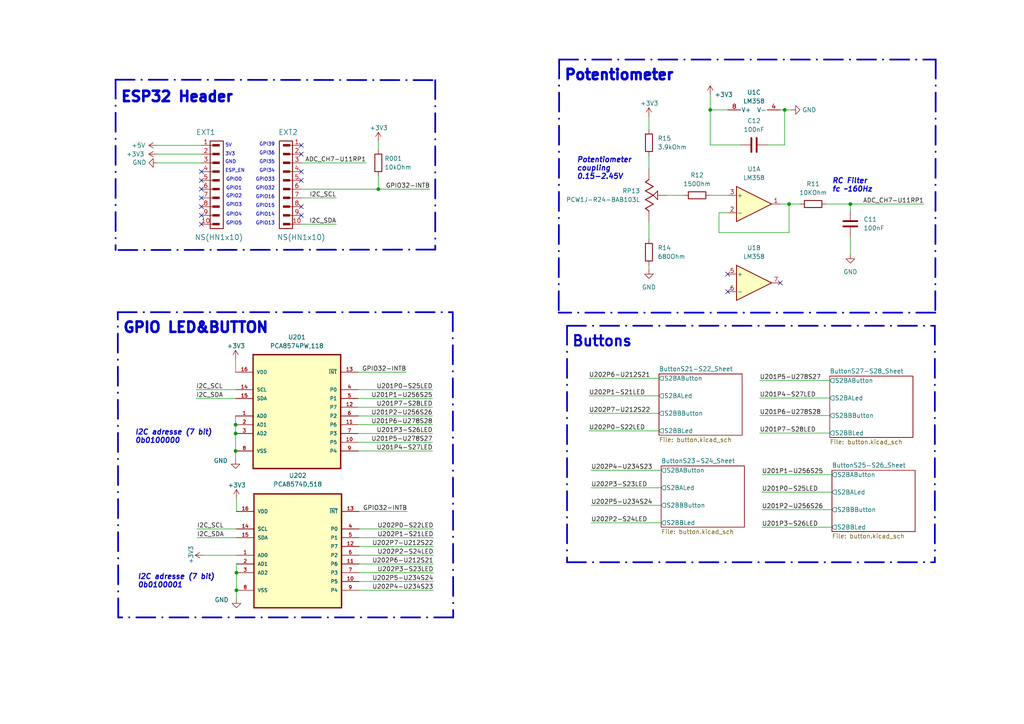
<source format=kicad_sch>
(kicad_sch (version 20211123) (generator eeschema)
  (paper "A4")
  (title_block (title "Peripheral Board") (company "Help-Tec Automation"))
  (lib_symbols
    (symbol "Amplifier_Operational:LM358" (pin_names (offset 0.127))
      (property "Reference" "U" (at 0 5.08 0))
      (property "Value" "LM358" (at 0 -5.08 0))
      (symbol "LM358_1_1"
        (polyline (pts (xy -5.08 5.08) (xy 5.08 0) (xy -5.08 -5.08) (xy -5.08 5.08)) (stroke (width 0.254)) (fill (type background)))
        (pin output line (at 7.62 0 180) (length 2.54) (name "~") (number "1"))
        (pin input line (at -7.62 -2.54 0) (length 2.54) (name "-") (number "2"))
        (pin input line (at -7.62 2.54 0) (length 2.54) (name "+") (number "3"))
      )
      (symbol "LM358_2_1"
        (polyline (pts (xy -5.08 5.08) (xy 5.08 0) (xy -5.08 -5.08) (xy -5.08 5.08)) (stroke (width 0.254)) (fill (type background)))
        (pin input line (at -7.62 2.54 0) (length 2.54) (name "+") (number "5"))
        (pin input line (at -7.62 -2.54 0) (length 2.54) (name "-") (number "6"))
        (pin output line (at 7.62 0 180) (length 2.54) (name "~") (number "7"))
      )
      (symbol "LM358_3_1"
        (pin power_in line (at -2.54 -7.62 90) (length 3.81) (name "V-") (number "4"))
        (pin power_in line (at -2.54 7.62 270) (length 3.81) (name "V+") (number "8"))
      )
    )
    (symbol "CON10_1" (pin_names (offset 1.016))
      (property "Reference" "EXT1" (at 1.27 13.97 0))
      (property "Value" "NS(HN1x10)" (at -2.54 -16.51 0))
      (symbol "CON10_1_0_0"
        (rectangle (start -2.6416 -12.8524) (end -0.8636 -12.4968))
        (rectangle (start -2.6416 -7.7724) (end -0.8636 -7.4168))
        (rectangle (start -2.6416 -5.2324) (end -0.8636 -4.8768))
        (rectangle (start -2.6416 -2.6924) (end -0.8636 -2.3368))
        (rectangle (start -2.6416 -0.1524) (end -0.8636 0.2032))
        (rectangle (start -2.6416 2.3876) (end -0.8636 2.7432))
        (rectangle (start -2.6416 4.9276) (end -0.8636 5.2832))
        (rectangle (start -2.6416 7.4676) (end -0.8636 7.8232))
        (rectangle (start -2.6162 -12.7508) (end -0.9652 -12.6492))
        (rectangle (start -2.6162 -10.3124) (end -0.8382 -9.9568))
        (rectangle (start -2.6162 -7.6708) (end -0.9652 -7.5692))
        (rectangle (start -2.6162 -5.1308) (end -0.9652 -5.0292))
        (rectangle (start -2.6162 -2.5908) (end -0.9652 -2.4892))
        (rectangle (start -2.6162 -0.0508) (end -0.9652 0.0508))
        (rectangle (start -2.6162 2.4892) (end -0.9652 2.5908))
        (rectangle (start -2.6162 5.0292) (end -0.9652 5.1308))
        (rectangle (start -2.6162 7.5692) (end -0.9652 7.6708))
        (rectangle (start -2.6162 10.0076) (end -0.8382 10.3632))
        (rectangle (start -2.5908 -10.1854) (end -0.9398 -10.0838))
        (rectangle (start -2.5908 10.1346) (end -0.9398 10.2362))
        (rectangle (start -0.9652 -12.573) (end -2.6416 -12.7762))
        (rectangle (start -0.9652 -7.493) (end -2.6416 -7.6962))
        (rectangle (start -0.9652 -4.953) (end -2.6416 -5.1562))
        (rectangle (start -0.9652 -2.413) (end -2.6416 -2.6162))
        (rectangle (start -0.9652 0.127) (end -2.6416 -0.0762))
        (rectangle (start -0.9652 2.667) (end -2.6416 2.4638))
        (rectangle (start -0.9652 5.207) (end -2.6416 5.0038))
        (rectangle (start -0.9652 7.747) (end -2.6416 7.5438))
        (rectangle (start -0.8636 -10.0584) (end -2.54 -10.2616))
        (rectangle (start -0.8636 10.2616) (end -2.54 10.0584))
        (rectangle (start -0.7366 -12.3952) (end -2.667 -12.954))
        (rectangle (start -0.7366 -9.8552) (end -2.667 -10.414))
        (rectangle (start -0.7366 -7.3152) (end -2.667 -7.874))
        (rectangle (start -0.7366 -4.7752) (end -2.667 -5.334))
        (rectangle (start -0.7366 -2.2352) (end -2.667 -2.794))
        (rectangle (start -0.7366 0.3048) (end -2.667 -0.254))
        (rectangle (start -0.7366 2.8448) (end -2.667 2.286))
        (rectangle (start -0.7366 5.3848) (end -2.667 4.826))
        (rectangle (start -0.7366 7.9248) (end -2.667 7.366))
        (rectangle (start -0.7366 10.4648) (end -2.667 9.906))
        (polyline (pts (xy 0 -12.7) (xy -0.762 -12.7)))
        (polyline (pts (xy 0 -10.16) (xy -0.762 -10.16)))
        (polyline (pts (xy 0 -7.62) (xy -0.762 -7.62)))
        (polyline (pts (xy 0 -5.08) (xy -0.762 -5.08)))
        (polyline (pts (xy 0 -2.54) (xy -0.762 -2.54)))
        (polyline (pts (xy 0 0) (xy -0.762 0)))
        (polyline (pts (xy 0 2.54) (xy -0.762 2.54)))
        (polyline (pts (xy 0 5.08) (xy -0.762 5.08)))
        (polyline (pts (xy 0 7.62) (xy -0.762 7.62)))
        (polyline (pts (xy 0 10.16) (xy -0.762 10.16)))
      )
      (symbol "CON10_1_0_1"
        (rectangle (start 0 11.43) (end -3.81 -13.97) (stroke (width 0.254)))
      )
      (symbol "CON10_1_1_1"
        (pin power_out line (at 2.54 10.16 180) (length 2.54) (name "~") (number "1"))
        (pin passive line (at 2.54 -12.7 180) (length 2.54) (name "~") (number "10"))
        (pin power_out line (at 2.54 7.62 180) (length 2.54) (name "~") (number "2"))
        (pin power_out line (at 2.54 5.08 180) (length 2.54) (name "~") (number "3"))
        (pin passive line (at 2.54 2.54 180) (length 2.54) (name "~") (number "4"))
        (pin passive line (at 2.54 0 180) (length 2.54) (name "~") (number "5"))
        (pin passive line (at 2.54 -2.54 180) (length 2.54) (name "~") (number "6"))
        (pin passive line (at 2.54 -5.08 180) (length 2.54) (name "~") (number "7"))
        (pin passive line (at 2.54 -7.62 180) (length 2.54) (name "~") (number "8"))
        (pin passive line (at 2.54 -10.16 180) (length 2.54) (name "~") (number "9"))
      )
    )
    (symbol "Device:C" (pin_numbers hide) (pin_names (offset 0.254))
      (property "Reference" "C" (at 0.635 2.54 0))
      (property "Value" "C" (at 0.635 -2.54 0))
      (symbol "C_0_1"
        (polyline (pts (xy -2.032 -0.762) (xy 2.032 -0.762)) (stroke (width 0.508)))
        (polyline (pts (xy -2.032 0.762) (xy 2.032 0.762)) (stroke (width 0.508)))
      )
      (symbol "C_1_1"
        (pin passive line (at 0 3.81 270) (length 2.794) (name "~") (number "1"))
        (pin passive line (at 0 -3.81 90) (length 2.794) (name "~") (number "2"))
      )
    )
    (symbol "Device:R" (pin_numbers hide) (pin_names (offset 0))
      (property "Reference" "R" (at 2.032 0 90))
      (property "Value" "R" (at 0 0 90))
      (symbol "R_0_1"
        (rectangle (start -1.016 -2.54) (end 1.016 2.54) (stroke (width 0.254)))
      )
      (symbol "R_1_1"
        (pin passive line (at 0 3.81 270) (length 1.27) (name "~") (number "1"))
        (pin passive line (at 0 -3.81 90) (length 1.27) (name "~") (number "2"))
      )
    )
    (symbol "ESP32-PoE-ISO_Rev_H:+3.3V" (power) (pin_names (offset 0))
      (property "Value" "+3.3V" (at 0 3.556 0))
      (symbol "+3.3V_0_1"
        (polyline (pts (xy -0.762 1.27) (xy 0 2.54)))
        (polyline (pts (xy 0 0) (xy 0 2.54)))
        (polyline (pts (xy 0 2.54) (xy 0.762 1.27)))
      )
      (symbol "+3.3V_1_1"
        (pin power_in line (at 0 0 90) (length 0) hide (name "+3V3") (number "1"))
      )
    )
    (symbol "ESP32-PoE-ISO_Rev_H:+5V" (power) (pin_names (offset 0))
      (property "Value" "+5V" (at 0 3.556 0))
      (symbol "+5V_0_1"
        (polyline (pts (xy -0.762 1.27) (xy 0 2.54)))
        (polyline (pts (xy 0 0) (xy 0 2.54)))
        (polyline (pts (xy 0 2.54) (xy 0.762 1.27)))
      )
      (symbol "+5V_1_1"
        (pin power_in line (at 0 0 90) (length 0) hide (name "+5V") (number "1"))
      )
    )
    (symbol "ESP32-PoE-ISO_Rev_H:CON10" (pin_names (offset 1.016))
      (property "Reference" "CON" (at -1.27 12.7 0))
      (property "Value" "CON10" (at -1.27 -15.24 0))
      (symbol "CON10_0_0"
        (rectangle (start -2.6416 -12.8524) (end -0.8636 -12.4968))
        (rectangle (start -2.6416 -7.7724) (end -0.8636 -7.4168))
        (rectangle (start -2.6416 -5.2324) (end -0.8636 -4.8768))
        (rectangle (start -2.6416 -2.6924) (end -0.8636 -2.3368))
        (rectangle (start -2.6416 -0.1524) (end -0.8636 0.2032))
        (rectangle (start -2.6416 2.3876) (end -0.8636 2.7432))
        (rectangle (start -2.6416 4.9276) (end -0.8636 5.2832))
        (rectangle (start -2.6416 7.4676) (end -0.8636 7.8232))
        (rectangle (start -2.6162 -12.7508) (end -0.9652 -12.6492))
        (rectangle (start -2.6162 -10.3124) (end -0.8382 -9.9568))
        (rectangle (start -2.6162 -7.6708) (end -0.9652 -7.5692))
        (rectangle (start -2.6162 -5.1308) (end -0.9652 -5.0292))
        (rectangle (start -2.6162 -2.5908) (end -0.9652 -2.4892))
        (rectangle (start -2.6162 -0.0508) (end -0.9652 0.0508))
        (rectangle (start -2.6162 2.4892) (end -0.9652 2.5908))
        (rectangle (start -2.6162 5.0292) (end -0.9652 5.1308))
        (rectangle (start -2.6162 7.5692) (end -0.9652 7.6708))
        (rectangle (start -2.6162 10.0076) (end -0.8382 10.3632))
        (rectangle (start -2.5908 -10.1854) (end -0.9398 -10.0838))
        (rectangle (start -2.5908 10.1346) (end -0.9398 10.2362))
        (rectangle (start -0.9652 -12.573) (end -2.6416 -12.7762))
        (rectangle (start -0.9652 -7.493) (end -2.6416 -7.6962))
        (rectangle (start -0.9652 -4.953) (end -2.6416 -5.1562))
        (rectangle (start -0.9652 -2.413) (end -2.6416 -2.6162))
        (rectangle (start -0.9652 0.127) (end -2.6416 -0.0762))
        (rectangle (start -0.9652 2.667) (end -2.6416 2.4638))
        (rectangle (start -0.9652 5.207) (end -2.6416 5.0038))
        (rectangle (start -0.9652 7.747) (end -2.6416 7.5438))
        (rectangle (start -0.8636 -10.0584) (end -2.54 -10.2616))
        (rectangle (start -0.8636 10.2616) (end -2.54 10.0584))
        (rectangle (start -0.7366 -12.3952) (end -2.667 -12.954))
        (rectangle (start -0.7366 -9.8552) (end -2.667 -10.414))
        (rectangle (start -0.7366 -7.3152) (end -2.667 -7.874))
        (rectangle (start -0.7366 -4.7752) (end -2.667 -5.334))
        (rectangle (start -0.7366 -2.2352) (end -2.667 -2.794))
        (rectangle (start -0.7366 0.3048) (end -2.667 -0.254))
        (rectangle (start -0.7366 2.8448) (end -2.667 2.286))
        (rectangle (start -0.7366 5.3848) (end -2.667 4.826))
        (rectangle (start -0.7366 7.9248) (end -2.667 7.366))
        (rectangle (start -0.7366 10.4648) (end -2.667 9.906))
        (polyline (pts (xy 0 -12.7) (xy -0.762 -12.7)))
        (polyline (pts (xy 0 -10.16) (xy -0.762 -10.16)))
        (polyline (pts (xy 0 -7.62) (xy -0.762 -7.62)))
        (polyline (pts (xy 0 -5.08) (xy -0.762 -5.08)))
        (polyline (pts (xy 0 -2.54) (xy -0.762 -2.54)))
        (polyline (pts (xy 0 0) (xy -0.762 0)))
        (polyline (pts (xy 0 2.54) (xy -0.762 2.54)))
        (polyline (pts (xy 0 5.08) (xy -0.762 5.08)))
        (polyline (pts (xy 0 7.62) (xy -0.762 7.62)))
        (polyline (pts (xy 0 10.16) (xy -0.762 10.16)))
      )
      (symbol "CON10_0_1"
        (rectangle (start 0 11.43) (end -3.81 -13.97) (stroke (width 0.254)))
      )
      (symbol "CON10_1_1"
        (pin passive line (at 2.54 10.16 180) (length 2.54) (name "~") (number "1"))
        (pin passive line (at 2.54 -12.7 180) (length 2.54) (name "~") (number "10"))
        (pin passive line (at 2.54 7.62 180) (length 2.54) (name "~") (number "2"))
        (pin passive line (at 2.54 5.08 180) (length 2.54) (name "~") (number "3"))
        (pin passive line (at 2.54 2.54 180) (length 2.54) (name "~") (number "4"))
        (pin passive line (at 2.54 0 180) (length 2.54) (name "~") (number "5"))
        (pin passive line (at 2.54 -2.54 180) (length 2.54) (name "~") (number "6"))
        (pin passive line (at 2.54 -5.08 180) (length 2.54) (name "~") (number "7"))
        (pin passive line (at 2.54 -7.62 180) (length 2.54) (name "~") (number "8"))
        (pin passive line (at 2.54 -10.16 180) (length 2.54) (name "~") (number "9"))
      )
    )
    (symbol "ESP32-PoE-ISO_Rev_H:GND" (power) (pin_names (offset 0))
      (property "Value" "GND" (at 0 -3.81 0))
      (symbol "GND_0_1"
        (polyline (pts (xy 0 0) (xy 0 -1.27) (xy 1.27 -1.27) (xy 0 -2.54) (xy -1.27 -1.27) (xy 0 -1.27)))
      )
      (symbol "GND_1_1"
        (pin power_in line (at 0 0 270) (length 0) hide (name "GND") (number "1"))
      )
    )
    (symbol "PCA8574:PCA8574D,518" (pin_names (offset 1.016))
      (property "Reference" "U202" (at 0 18.034 0))
      (property "Value" "PCA8574D,518" (at 0 15.494 0))
      (symbol "PCA8574D,518_0_0"
        (rectangle (start -12.7 -20.32) (end 12.7 12.7) (stroke (width 0.4064)) (fill (type background)))
        (pin passive line (at -17.78 -5.08 0) (length 5.08) (name "AD0") (number "1"))
        (pin bidirectional line (at 17.78 -12.7 180) (length 5.08) (name "P5") (number "10"))
        (pin bidirectional line (at 17.78 -7.62 180) (length 5.08) (name "P6") (number "11"))
        (pin bidirectional line (at 17.78 -2.54 180) (length 5.08) (name "P7") (number "12"))
        (pin open_collector line (at 17.78 7.62 180) (length 5.08) (name "~{INT}") (number "13"))
        (pin input line (at -17.78 2.54 0) (length 5.08) (name "SCL") (number "14"))
        (pin input line (at -17.78 0 0) (length 5.08) (name "SDA") (number "15"))
        (pin power_in line (at -17.78 7.62 0) (length 5.08) (name "VDD") (number "16"))
        (pin passive line (at -17.78 -7.62 0) (length 5.08) (name "AD1") (number "2"))
        (pin passive line (at -17.78 -10.16 0) (length 5.08) (name "AD2") (number "3"))
        (pin bidirectional line (at 17.78 2.54 180) (length 5.08) (name "P0") (number "4"))
        (pin bidirectional line (at 17.78 0 180) (length 5.08) (name "P1") (number "5"))
        (pin bidirectional line (at 17.78 -5.08 180) (length 5.08) (name "P2") (number "6"))
        (pin bidirectional line (at 17.78 -10.16 180) (length 5.08) (name "P3") (number "7"))
        (pin passive line (at -17.78 -15.24 0) (length 5.08) (name "VSS") (number "8"))
        (pin bidirectional line (at 17.78 -15.24 180) (length 5.08) (name "P4") (number "9"))
      )
    )
    (symbol "PCA8574D,518_1" (pin_names (offset 1.016))
      (property "Reference" "U201" (at 0 18.542 0))
      (property "Value" "PCA8574D,518" (at 0 16.002 0))
      (symbol "PCA8574D,518_1_0_0"
        (rectangle (start -12.7 -20.32) (end 12.7 12.7) (stroke (width 0.4064)) (fill (type background)))
        (pin passive line (at -17.78 -5.08 0) (length 5.08) (name "AD0") (number "1"))
        (pin bidirectional line (at 17.78 -12.7 180) (length 5.08) (name "P5") (number "10"))
        (pin bidirectional line (at 17.78 -7.62 180) (length 5.08) (name "P6") (number "11"))
        (pin bidirectional line (at 17.78 -2.54 180) (length 5.08) (name "P7") (number "12"))
        (pin open_collector line (at 17.78 7.62 180) (length 5.08) (name "~{INT}") (number "13"))
        (pin input line (at -17.78 2.54 0) (length 5.08) (name "SCL") (number "14"))
        (pin input line (at -17.78 0 0) (length 5.08) (name "SDA") (number "15"))
        (pin power_in line (at -17.78 7.62 0) (length 5.08) (name "VDD") (number "16"))
        (pin passive line (at -17.78 -7.62 0) (length 5.08) (name "AD1") (number "2"))
        (pin passive line (at -17.78 -10.16 0) (length 5.08) (name "AD2") (number "3"))
        (pin bidirectional line (at 17.78 2.54 180) (length 5.08) (name "P0") (number "4"))
        (pin bidirectional line (at 17.78 0 180) (length 5.08) (name "P1") (number "5"))
        (pin bidirectional line (at 17.78 -5.08 180) (length 5.08) (name "P2") (number "6"))
        (pin bidirectional line (at 17.78 -10.16 180) (length 5.08) (name "P3") (number "7"))
        (pin passive line (at -17.78 -15.24 0) (length 5.08) (name "VSS") (number "8"))
        (pin bidirectional line (at 17.78 -15.24 180) (length 5.08) (name "P4") (number "9"))
      )
    )
    (symbol "PCW1J-R24-BAB103L:PCW1J-R24-BAB103L" (pin_numbers hide) (pin_names (offset 1.016) hide)
      (property "Reference" "R" (at -5.08 5.08 0))
      (property "Value" "PCW1J-R24-BAB103L" (at -5.08 2.54 0))
      (symbol "PCW1J-R24-BAB103L_0_0"
        (polyline (pts (xy -5.08 0) (xy -4.572 0)) (stroke (width 0.1524)))
        (polyline (pts (xy -4.572 0) (xy -3.81 1.016)) (stroke (width 0.254)))
        (polyline (pts (xy -3.81 1.016) (xy -2.54 -1.27)) (stroke (width 0.254)))
        (polyline (pts (xy -2.54 -1.27) (xy -1.27 1.016)) (stroke (width 0.254)))
        (polyline (pts (xy -1.27 -2.54) (xy 0 -1.27)) (stroke (width 0.2032)))
        (polyline (pts (xy -1.27 1.016) (xy 0 -1.27)) (stroke (width 0.254)))
        (polyline (pts (xy 0 -1.27) (xy 1.27 -2.54)) (stroke (width 0.2032)))
        (polyline (pts (xy 0 -1.27) (xy 1.27 1.016)) (stroke (width 0.254)))
        (polyline (pts (xy 1.27 -2.54) (xy -1.27 -2.54)) (stroke (width 0.2032)))
        (polyline (pts (xy 1.27 1.016) (xy 2.54 -1.27)) (stroke (width 0.254)))
        (polyline (pts (xy 2.54 -1.27) (xy 3.81 1.016)) (stroke (width 0.254)))
        (polyline (pts (xy 3.81 1.016) (xy 4.572 0)) (stroke (width 0.254)))
        (polyline (pts (xy 4.572 0) (xy 5.08 0)) (stroke (width 0.1524)))
        (pin passive line (at -7.62 0 0) (length 2.54) (name "~") (number "1"))
        (pin passive line (at 0 -5.08 90) (length 2.54) (name "~") (number "2"))
        (pin passive line (at 7.62 0 180) (length 2.54) (name "~") (number "3"))
      )
    )
    (symbol "power:GND" (power) (pin_names (offset 0))
      (property "Value" "GND" (at 0 -3.81 0))
      (symbol "GND_0_1"
        (polyline (pts (xy 0 0) (xy 0 -1.27) (xy 1.27 -1.27) (xy 0 -2.54) (xy -1.27 -1.27) (xy 0 -1.27)))
      )
      (symbol "GND_1_1"
        (pin power_in line (at 0 0 270) (length 0) hide (name "GND") (number "1"))
      )
    )
  )
  (junction (at 68.58 166.116))
  (junction (at 227.584 31.877))
  (junction (at 246.634 59.182))
  (junction (at 68.326 125.73))
  (junction (at 68.326 123.19))
  (junction (at 205.994 31.877))
  (junction (at 68.326 130.81))
  (junction (at 68.58 171.196))
  (junction (at 228.854 59.182))
  (junction (at 109.728 54.864))
  (no_connect (at 58.42 62.484))
  (no_connect (at 87.376 44.704))
  (no_connect (at 58.42 59.944))
  (no_connect (at 58.42 54.864))
  (no_connect (at 87.376 59.944))
  (no_connect (at 87.376 42.164))
  (no_connect (at 87.376 49.784))
  (no_connect (at 211.074 84.582))
  (no_connect (at 211.074 79.502))
  (no_connect (at 226.314 82.042))
  (no_connect (at 58.42 52.324))
  (no_connect (at 58.42 65.024))
  (no_connect (at 58.42 57.404))
  (no_connect (at 87.376 62.484))
  (no_connect (at 58.42 49.784))
  (no_connect (at 87.376 52.324))
  (wire (pts (xy 57.15 153.416) (xy 68.58 153.416)))
  (wire (pts (xy 188.214 76.962) (xy 188.214 78.232)))
  (wire (pts (xy 109.728 40.894) (xy 109.728 43.434)))
  (wire (pts (xy 170.815 124.968) (xy 191.135 124.968)))
  (wire (pts (xy 58.42 44.704) (xy 45.72 44.704)))
  (wire (pts (xy 103.886 128.27) (xy 125.476 128.27)))
  (polyline (pts (xy 34.29 179.07) (xy 34.163 90.551)) (stroke (width 0.5) (type dash_dot)))
  (wire (pts (xy 267.97 59.182) (xy 246.634 59.182)))
  (wire (pts (xy 125.73 158.496) (xy 104.14 158.496)))
  (wire (pts (xy 205.994 27.432) (xy 205.994 31.877)))
  (wire (pts (xy 220.98 147.828) (xy 241.3 147.828)))
  (wire (pts (xy 220.345 115.443) (xy 240.665 115.443)))
  (wire (pts (xy 191.135 109.728) (xy 170.815 109.728)))
  (wire (pts (xy 171.45 141.478) (xy 191.77 141.478)))
  (wire (pts (xy 220.98 137.668) (xy 241.3 137.668)))
  (wire (pts (xy 170.815 119.888) (xy 191.135 119.888)))
  (wire (pts (xy 171.45 146.558) (xy 191.77 146.558)))
  (wire (pts (xy 125.73 166.116) (xy 104.14 166.116)))
  (wire (pts (xy 214.884 42.037) (xy 205.994 42.037)))
  (polyline (pts (xy 34.163 90.551) (xy 131.318 90.551)) (stroke (width 0.5) (type dash_dot)))
  (polyline (pts (xy 162.179 17.272) (xy 271.399 17.272)) (stroke (width 0.5) (type dash_dot)))
  (polyline (pts (xy 271.399 17.272) (xy 271.272 90.678)) (stroke (width 0.5) (type dash_dot)))
  (wire (pts (xy 125.73 161.036) (xy 104.14 161.036)))
  (wire (pts (xy 220.345 110.363) (xy 240.665 110.363)))
  (wire (pts (xy 68.58 166.116) (xy 68.58 171.196)))
  (wire (pts (xy 222.504 42.037) (xy 227.584 42.037)))
  (wire (pts (xy 109.728 54.864) (xy 87.376 54.864)))
  (wire (pts (xy 125.476 115.57) (xy 103.886 115.57)))
  (wire (pts (xy 68.326 123.19) (xy 68.326 125.73)))
  (wire (pts (xy 103.886 130.81) (xy 125.476 130.81)))
  (wire (pts (xy 109.728 51.054) (xy 109.728 54.864)))
  (wire (pts (xy 103.886 125.73) (xy 125.476 125.73)))
  (wire (pts (xy 124.714 54.864) (xy 109.728 54.864)))
  (wire (pts (xy 125.476 120.65) (xy 103.886 120.65)))
  (wire (pts (xy 208.534 67.437) (xy 228.854 67.437)))
  (polyline (pts (xy 131.318 90.551) (xy 131.445 179.07)) (stroke (width 0.5) (type dash_dot)))
  (wire (pts (xy 68.58 155.956) (xy 57.15 155.956)))
  (wire (pts (xy 125.73 163.576) (xy 104.14 163.576)))
  (wire (pts (xy 125.73 155.956) (xy 104.14 155.956)))
  (wire (pts (xy 220.98 152.908) (xy 241.3 152.908)))
  (wire (pts (xy 68.326 125.73) (xy 68.326 130.81)))
  (wire (pts (xy 208.534 61.722) (xy 208.534 67.437)))
  (wire (pts (xy 220.345 120.523) (xy 240.665 120.523)))
  (polyline (pts (xy 271.145 94.488) (xy 271.145 163.068)) (stroke (width 0.5) (type dash_dot)))
  (wire (pts (xy 171.45 136.398) (xy 191.77 136.398)))
  (polyline (pts (xy 126.238 72.39) (xy 33.528 72.517)) (stroke (width 0.5) (type dash_dot)))
  (wire (pts (xy 220.98 142.748) (xy 241.3 142.748)))
  (polyline (pts (xy 164.465 94.488) (xy 164.465 163.068)) (stroke (width 0.5) (type dash_dot)))
  (wire (pts (xy 211.074 31.877) (xy 205.994 31.877)))
  (wire (pts (xy 68.326 104.14) (xy 68.326 107.95)))
  (polyline (pts (xy 131.445 179.07) (xy 34.29 179.07)) (stroke (width 0.5) (type dash_dot)))
  (polyline (pts (xy 164.465 94.488) (xy 271.145 94.488)) (stroke (width 0.5) (type dash_dot)))
  (wire (pts (xy 45.72 42.164) (xy 58.42 42.164)))
  (wire (pts (xy 106.172 47.244) (xy 87.376 47.244)))
  (wire (pts (xy 246.634 68.707) (xy 246.634 73.787)))
  (polyline (pts (xy 126.238 23.241) (xy 126.238 72.39)) (stroke (width 0.5) (type dash_dot)))
  (wire (pts (xy 227.584 31.877) (xy 229.489 31.877)))
  (wire (pts (xy 171.45 151.638) (xy 191.77 151.638)))
  (wire (pts (xy 104.14 148.336) (xy 118.11 148.336)))
  (wire (pts (xy 205.994 42.037) (xy 205.994 31.877)))
  (wire (pts (xy 58.42 47.244) (xy 45.72 47.244)))
  (wire (pts (xy 227.584 42.037) (xy 227.584 31.877)))
  (wire (pts (xy 226.314 31.877) (xy 227.584 31.877)))
  (wire (pts (xy 226.314 59.182) (xy 228.854 59.182)))
  (wire (pts (xy 170.815 114.808) (xy 191.135 114.808)))
  (wire (pts (xy 125.476 118.11) (xy 103.886 118.11)))
  (polyline (pts (xy 33.528 23.114) (xy 33.528 72.517)) (stroke (width 0.5) (type dash_dot)))
  (wire (pts (xy 97.536 65.024) (xy 87.376 65.024)))
  (wire (pts (xy 87.376 57.404) (xy 97.536 57.404)))
  (wire (pts (xy 205.994 56.642) (xy 211.074 56.642)))
  (polyline (pts (xy 271.272 90.678) (xy 162.052 90.678)) (stroke (width 0.5) (type dash_dot)))
  (wire (pts (xy 228.854 67.437) (xy 228.854 59.182)))
  (polyline (pts (xy 33.528 23.114) (xy 126.238 23.241)) (stroke (width 0.5) (type dash_dot)))
  (wire (pts (xy 125.73 168.656) (xy 104.14 168.656)))
  (wire (pts (xy 193.294 56.642) (xy 198.374 56.642)))
  (wire (pts (xy 68.326 130.81) (xy 68.326 133.35)))
  (wire (pts (xy 208.534 61.722) (xy 211.074 61.722)))
  (polyline (pts (xy 164.465 163.068) (xy 271.145 163.068)) (stroke (width 0.5) (type dash_dot)))
  (wire (pts (xy 246.634 59.182) (xy 246.634 61.087)))
  (wire (pts (xy 56.896 113.03) (xy 68.326 113.03)))
  (wire (pts (xy 125.73 153.416) (xy 104.14 153.416)))
  (wire (pts (xy 68.326 115.57) (xy 56.896 115.57)))
  (wire (pts (xy 68.326 120.65) (xy 68.326 123.19)))
  (polyline (pts (xy 162.179 17.272) (xy 162.052 90.678)) (stroke (width 0.5) (type dash_dot)))
  (wire (pts (xy 125.476 113.03) (xy 103.886 113.03)))
  (wire (pts (xy 59.182 161.036) (xy 68.58 161.036)))
  (wire (pts (xy 220.345 125.603) (xy 240.665 125.603)))
  (wire (pts (xy 68.58 171.196) (xy 68.58 173.736)))
  (wire (pts (xy 188.214 33.782) (xy 188.214 37.592)))
  (wire (pts (xy 188.214 45.212) (xy 188.214 49.022)))
  (wire (pts (xy 68.58 163.576) (xy 68.58 166.116)))
  (wire (pts (xy 125.73 171.196) (xy 104.14 171.196)))
  (wire (pts (xy 68.58 144.526) (xy 68.58 148.336)))
  (wire (pts (xy 228.854 59.182) (xy 232.029 59.182)))
  (wire (pts (xy 103.886 107.95) (xy 117.856 107.95)))
  (wire (pts (xy 103.886 123.19) (xy 125.476 123.19)))
  (wire (pts (xy 239.649 59.182) (xy 246.634 59.182)))
  (wire (pts (xy 188.214 64.262) (xy 188.214 69.342)))
  (text "GPIO16" (at 79.756 57.785 180) (effects (font (size 1 1)) (justify right bottom)))
  (text "GND" (at 65.278 47.625 0) (effects (font (size 1 1)) (justify left bottom)))
  (text "GPI39" (at 79.756 42.545 180) (effects (font (size 1 1)) (justify right bottom)))
  (text "Potentiometer\ncoupling\n0.15-2.45V" (at 167.259 52.197 0) (effects (font (size 1.5 1.5) (thickness 0.3) bold italic) (justify left bottom)))
  (text "GPIO32" (at 79.756 55.245 180) (effects (font (size 1 1)) (justify right bottom)))
  (text "Potentiometer" (at 163.449 23.622 0) (effects (font (size 3 3) (thickness 2) bold) (justify left bottom)))
  (text "Buttons" (at 165.735 100.838 0) (effects (font (size 3 3) (thickness 0.6) bold) (justify left bottom)))
  (text "I2C adresse (7 bit)\n0b0100000" (at 39.116 128.778 0) (effects (font (size 1.5 1.5) (thickness 0.3) bold italic) (justify left bottom)))
  (text "5V" (at 65.278 42.799 0) (effects (font (size 1 1)) (justify left bottom)))
  (text "GPIO2" (at 65.532 57.531 0) (effects (font (size 1 1)) (justify left bottom)))
  (text "GPI35" (at 79.756 47.625 180) (effects (font (size 1 1)) (justify right bottom)))
  (text "GPI34" (at 79.756 50.165 180) (effects (font (size 1 1)) (justify right bottom)))
  (text "GPIO14" (at 79.756 62.865 180) (effects (font (size 1 1)) (justify right bottom)))
  (text "GPIO5" (at 65.532 65.405 0) (effects (font (size 1 1)) (justify left bottom)))
  (text "ESP_EN" (at 65.278 50.165 0) (effects (font (size 1 1)) (justify left bottom)))
  (text "I2C adresse (7 bit)\n0b0100001" (at 39.878 170.688 0) (effects (font (size 1.5 1.5) (thickness 0.3) bold italic) (justify left bottom)))
  (text "3V3" (at 65.278 45.339 0) (effects (font (size 1 1)) (justify left bottom)))
  (text "GPI36" (at 79.756 45.085 180) (effects (font (size 1 1)) (justify right bottom)))
  (text "ESP32 Header" (at 34.798 29.972 0) (effects (font (size 3 3) (thickness 2) bold) (justify left bottom)))
  (text "GPIO13" (at 79.756 65.405 180) (effects (font (size 1 1)) (justify right bottom)))
  (text "GPIO0" (at 65.532 52.705 0) (effects (font (size 1 1)) (justify left bottom)))
  (text "GPIO1" (at 65.532 55.245 0) (effects (font (size 1 1)) (justify left bottom)))
  (text "RC Filter\nfc ~160Hz" (at 241.3 55.88 0) (effects (font (size 1.5 1.5) (thickness 0.3) bold italic) (justify left bottom)))
  (text "GPIO3" (at 65.532 60.071 0) (effects (font (size 1 1)) (justify left bottom)))
  (text "GPIO LED&BUTTON" (at 35.433 96.901 0) (effects (font (size 3 3) (thickness 1) bold) (justify left bottom)))
  (text "GPIO4" (at 65.532 62.865 0) (effects (font (size 1 1)) (justify left bottom)))
  (text "GPIO15" (at 79.756 60.325 180) (effects (font (size 1 1)) (justify right bottom)))
  (text "GPIO33" (at 79.756 52.705 180) (effects (font (size 1 1)) (justify right bottom)))
  (label "U201P6-U278S28" (at 125.476 123.19 180))
  (label "ADC_CH7-U11RP1" (at 267.97 59.182 180))
  (label "U202P4-U234S23" (at 125.73 171.196 180))
  (label "GPIO32-INTB" (at 117.856 107.95 180))
  (label "U201P2-U256S26" (at 220.98 147.828 0))
  (label "I2C_SCL" (at 97.536 57.404 180))
  (label "U202P0-S22LED" (at 170.815 124.968 0))
  (label "U201P5-U278S27" (at 125.476 128.27 180))
  (label "U201P5-U278S27" (at 220.345 110.363 0))
  (label "GPIO32-INTB" (at 124.714 54.864 180))
  (label "U202P3-S23LED" (at 171.45 141.478 0))
  (label "U202P5-U234S24" (at 125.73 168.656 180))
  (label "U201P0-S25LED" (at 125.476 113.03 180))
  (label "ADC_CH7-U11RP1" (at 106.172 47.244 180))
  (label "GPIO32-INTB" (at 118.11 148.336 180))
  (label "I2C_SCL" (at 56.896 113.03 0))
  (label "U201P2-U256S26" (at 125.476 120.65 180))
  (label "U202P5-U234S24" (at 171.45 146.558 0))
  (label "U201P3-S26LED" (at 125.476 125.73 180))
  (label "U201P6-U278S28" (at 220.345 120.523 0))
  (label "U201P4-S27LED" (at 125.476 130.81 180))
  (label "U201P3-S26LED" (at 220.98 152.908 0))
  (label "I2C_SDA" (at 97.536 65.024 180))
  (label "I2C_SCL" (at 57.15 153.416 0))
  (label "U201P1-U256S25" (at 220.98 137.668 0))
  (label "U202P3-S23LED" (at 125.73 166.116 180))
  (label "U201P7-S28LED" (at 220.345 125.603 0))
  (label "U201P1-U256S25" (at 125.476 115.57 180))
  (label "U201P0-S25LED" (at 220.98 142.748 0))
  (label "U202P1-S21LED" (at 170.815 114.808 0))
  (label "U202P7-U212S22" (at 125.73 158.496 180))
  (label "U202P2-S24LED" (at 125.73 161.036 180))
  (label "U202P4-U234S23" (at 171.45 136.398 0))
  (label "U202P2-S24LED" (at 171.45 151.638 0))
  (label "U202P1-S21LED" (at 125.73 155.956 180))
  (label "I2C_SDA" (at 57.15 155.956 0))
  (label "U202P6-U212S21" (at 170.815 109.728 0))
  (label "U202P6-U212S21" (at 125.73 163.576 180))
  (label "U202P7-U212S22" (at 170.815 119.888 0))
  (label "I2C_SDA" (at 56.896 115.57 0))
  (label "U201P4-S27LED" (at 220.345 115.443 0))
  (label "U202P0-S22LED" (at 125.73 153.416 180))
  (label "U201P7-S28LED" (at 125.476 118.11 180))
  (symbol (lib_id "power:GND") (at 229.489 31.877 90) (unit 1)
    (property "Reference" "#PWR0146" (effects hide))
    (property "Value" "GND" (at 232.664 31.8769 90) (effects (justify right)))
  )
  (symbol (lib_id "Device:C") (at 246.634 64.897 0) (unit 1)
    (property "Reference" "C11" (at 250.444 63.6269 0) (effects (justify left)))
    (property "Value" "100nF" (at 250.444 66.1669 0) (effects (justify left)))
    (property "Footprint" "Capacitor_SMD:C_0603_1608Metric" (effects hide))
  )
  (symbol (lib_id "Device:R") (at 202.184 56.642 90) (unit 1)
    (property "Reference" "R12" (at 202.184 50.8 90))
    (property "Value" "150Ohm" (at 202.184 53.34 90))
    (property "Footprint" "Resistor_SMD:R_0603_1608Metric" (effects hide))
  )
  (symbol (lib_id "Device:C") (at 218.694 42.037 90) (unit 1)
    (property "Reference" "C12" (at 218.694 35.052 90))
    (property "Value" "100nF" (at 218.694 37.592 90))
    (property "Footprint" "Capacitor_SMD:C_0603_1608Metric" (effects hide))
  )
  (symbol (lib_id "ESP32-PoE-ISO_Rev_H:+3.3V") (at 45.72 44.704 90) (unit 1)
    (property "Reference" "#PWR0103" (effects hide))
    (property "Value" "+3.3V" (at 41.91 44.7039 90) (effects (justify left)))
  )
  (symbol (lib_id "ESP32-PoE-ISO_Rev_H:+5V") (at 45.72 42.164 90) (unit 1)
    (property "Reference" "#PWR0136" (effects hide))
    (property "Value" "+5V" (at 38.1 42.164 90) (effects (justify right)))
  )
  (symbol (lib_name "CON10_1") (lib_id "ESP32-PoE-ISO_Rev_H:CON10") (at 60.96 52.324 0) (mirror y) (unit 1)
    (property "Reference" "EXT1" (at 59.69 38.354 0) (effects (font (size 1.524 1.524))))
    (property "Value" "NS(HN1x10)" (at 63.5 68.834 0) (effects (font (size 1.524 1.524))))
    (property "Footprint" "connecteur:HN1x10" (effects hide))
  )
  (symbol (lib_id "power:GND") (at 188.214 78.232 0) (unit 1)
    (property "Reference" "#PWR0115" (effects hide))
    (property "Value" "GND" (at 188.214 83.312 0))
  )
  (symbol (lib_id "power:GND") (at 246.634 73.787 0) (unit 1)
    (property "Reference" "#PWR0149" (effects hide))
    (property "Value" "GND" (at 246.634 78.867 0))
  )
  (symbol (lib_id "Amplifier_Operational:LM358") (at 218.694 59.182 0) (unit 1)
    (property "Reference" "U1" (at 218.694 49.022 0))
    (property "Value" "LM358" (at 218.694 51.562 0))
    (property "Footprint" "Package_SO:SOIC-8_5.275x5.275mm_P1.27mm" (effects hide))
    (property "Datasheet" "http://www.ti.com/lit/ds/symlink/lm2904-n.pdf" (effects hide))
  )
  (symbol (lib_id "ESP32-PoE-ISO_Rev_H:+3.3V") (at 205.994 27.432 0) (unit 1)
    (property "Reference" "#PWR0120" (effects hide))
    (property "Value" "+3.3V" (at 207.264 27.432 0) (effects (justify left)))
  )
  (symbol (lib_id "ESP32-PoE-ISO_Rev_H:+3.3V") (at 109.728 40.894 0) (unit 1)
    (property "Reference" "#PWR0140" (effects hide))
    (property "Value" "+3.3V" (at 107.188 37.084 0) (effects (justify left)))
  )
  (symbol (lib_id "ESP32-PoE-ISO_Rev_H:+3.3V") (at 68.58 144.526 0) (unit 1)
    (property "Reference" "#PWR0142" (effects hide))
    (property "Value" "+3.3V" (at 66.04 140.716 0) (effects (justify left)))
  )
  (symbol (lib_id "ESP32-PoE-ISO_Rev_H:GND") (at 45.72 47.244 270) (mirror x) (unit 1)
    (property "Reference" "#PWR0131" (effects hide))
    (property "Value" "GND" (at 42.4688 47.117 90) (effects (justify right)))
  )
  (symbol (lib_id "Device:R") (at 188.214 73.152 0) (unit 1)
    (property "Reference" "R14" (at 190.754 71.8819 0) (effects (justify left)))
    (property "Value" "680Ohm" (at 190.754 74.4219 0) (effects (justify left)))
    (property "Footprint" "Resistor_SMD:R_0603_1608Metric" (effects hide))
  )
  (symbol (lib_id "ESP32-PoE-ISO_Rev_H:+3.3V") (at 68.326 104.14 0) (unit 1)
    (property "Reference" "#PWR0155" (effects hide))
    (property "Value" "+3.3V" (at 65.786 100.33 0) (effects (justify left)))
  )
  (symbol (lib_id "ESP32-PoE-ISO_Rev_H:CON10") (at 84.836 52.324 0) (unit 1)
    (property "Reference" "EXT2" (at 83.566 38.354 0) (effects (font (size 1.524 1.524))))
    (property "Value" "NS(HN1x10)" (at 87.376 68.834 0) (effects (font (size 1.524 1.524))))
    (property "Footprint" "connecteur:HN1x10" (effects hide))
  )
  (symbol (lib_id "Device:R") (at 235.839 59.182 90) (unit 1)
    (property "Reference" "R11" (at 235.839 53.34 90))
    (property "Value" "10KOhm" (at 235.839 55.88 90))
    (property "Footprint" "Resistor_SMD:R_0603_1608Metric" (effects hide))
  )
  (symbol (lib_id "power:GND") (at 68.58 173.736 0) (unit 1)
    (property "Reference" "#PWR0151" (effects hide))
    (property "Value" "GND" (at 62.23 173.99 0) (effects (justify left)))
  )
  (symbol (lib_id "PCW1J-R24-BAB103L:PCW1J-R24-BAB103L") (at 188.214 56.642 90) (mirror x) (unit 1)
    (property "Reference" "RP13" (at 185.674 55.3719 90) (effects (justify left)))
    (property "Value" "PCW1J-R24-BAB103L" (at 185.674 57.9119 90) (effects (justify left)))
    (property "Footprint" "PCW1J-R24-BAB103L:TRIM_PCW1J-R24-BAB103L" (effects hide))
    (property "MAXIMUM_PACKAGE_HIEGHT" "32.31mm" (effects hide))
    (property "STANDARD" "Manufacturer Recommendations" (effects hide))
    (property "PARTREV" "10/19" (effects hide))
    (property "MANUFACTURER" "Bourns" (effects hide))
  )
  (symbol (lib_id "power:GND") (at 68.326 133.35 0) (unit 1)
    (property "Reference" "#PWR0144" (effects hide))
    (property "Value" "GND" (at 61.976 133.604 0) (effects (justify left)))
  )
  (symbol (lib_id "ESP32-PoE-ISO_Rev_H:+3.3V") (at 59.182 161.036 90) (unit 1)
    (property "Reference" "#PWR0154" (effects hide))
    (property "Value" "+3.3V" (at 55.372 163.576 0) (effects (justify left)))
  )
  (symbol (lib_id "Amplifier_Operational:LM358") (at 218.694 29.337 90) (unit 3)
    (property "Reference" "U1" (at 218.694 26.797 90))
    (property "Value" "LM358" (at 218.694 29.337 90))
    (property "Footprint" "Package_SO:SOIC-8_5.275x5.275mm_P1.27mm" (effects hide))
    (property "Datasheet" "http://www.ti.com/lit/ds/symlink/lm2904-n.pdf" (effects hide))
  )
  (symbol (lib_id "ESP32-PoE-ISO_Rev_H:+3.3V") (at 188.214 33.782 0) (unit 1)
    (property "Reference" "#PWR0123" (effects hide))
    (property "Value" "+3.3V" (at 185.674 29.972 0) (effects (justify left)))
  )
  (symbol (lib_id "Device:R") (at 109.728 47.244 0) (unit 1)
    (property "Reference" "R001" (at 111.506 45.9739 0) (effects (justify left)))
    (property "Value" "10kOhm" (at 111.506 48.5139 0) (effects (justify left)))
    (property "Footprint" "Resistor_SMD:R_0603_1608Metric" (effects hide))
  )
  (symbol (lib_id "PCA8574:PCA8574D,518") (at 86.36 155.956 0) (unit 1)
    (property "Reference" "U202" (at 86.36 137.922 0))
    (property "Value" "PCA8574D,518" (at 86.36 140.462 0))
    (property "Footprint" "PCA8574D_518:SOIC127P1032X265-16N" (effects hide))
    (property "OC_FARNELL" "-" (effects hide))
    (property "MPN" "PCA8574D,518" (effects hide))
    (property "PACKAGE" "SO-16" (effects hide))
    (property "OC_NEWARK" "70R6402" (effects hide))
    (property "SUPPLIER" "NXP" (effects hide))
  )
  (symbol (lib_name "PCA8574D,518_1") (lib_id "PCA8574:PCA8574D,518") (at 86.106 115.57 0) (unit 1)
    (property "Reference" "U201" (at 86.106 97.79 0))
    (property "Value" "PCA8574PW,118" (at 86.106 100.33 0))
    (property "Footprint" "SOP65P640X110-16N:SOP65P640X110-16N" (effects hide))
    (property "OC_FARNELL" "-" (effects hide))
    (property "MPN" "PCA8574D,518" (effects hide))
    (property "PACKAGE" "SO-16" (effects hide))
    (property "OC_NEWARK" "70R6402" (effects hide))
    (property "SUPPLIER" "NXP" (effects hide))
  )
  (symbol (lib_id "Amplifier_Operational:LM358") (at 218.694 82.042 0) (unit 2)
    (property "Reference" "U1" (at 218.694 71.882 0))
    (property "Value" "LM358" (at 218.694 74.422 0))
    (property "Footprint" "Package_SO:SOIC-8_5.275x5.275mm_P1.27mm" (effects hide))
    (property "Datasheet" "http://www.ti.com/lit/ds/symlink/lm2904-n.pdf" (effects hide))
  )
  (symbol (lib_id "Device:R") (at 188.214 41.402 0) (unit 1)
    (property "Reference" "R15" (at 190.754 40.1319 0) (effects (justify left)))
    (property "Value" "3.9kOhm" (at 190.754 42.6719 0) (effects (justify left)))
    (property "Footprint" "Resistor_SMD:R_0603_1608Metric" (effects hide))
  )
  (sheet (at 240.665 109.093) (size 24.13 17.78) (stroke (width 0.1524))
    (property "Sheet name" "ButtonS27-S28_Sheet" (at 240.665 108.3814 0) (effects (justify left bottom)))
    (property "Sheet file" "button.kicad_sch" (at 240.665 127.4576 0) (effects (justify left top)))
    (pin "S2BBButton" output (at 240.665 120.523 180))
    (pin "S2BAButton" output (at 240.665 110.363 180))
    (pin "S2BALed" output (at 240.665 115.443 180))
    (pin "S2BBLed" output (at 240.665 125.603 180))
  )
  (sheet (at 191.135 108.458) (size 24.13 17.78) (stroke (width 0.1524))
    (property "Sheet name" "ButtonS21-S22_Sheet" (at 191.135 107.7464 0) (effects (justify left bottom)))
    (property "Sheet file" "button.kicad_sch" (at 191.135 126.8226 0) (effects (justify left top)))
    (pin "S2BBButton" output (at 191.135 119.888 180))
    (pin "S2BAButton" output (at 191.135 109.728 180))
    (pin "S2BALed" output (at 191.135 114.808 180))
    (pin "S2BBLed" output (at 191.135 124.968 180))
  )
  (sheet (at 241.3 136.398) (size 24.13 17.78) (stroke (width 0.1524))
    (property "Sheet name" "ButtonS25-S26_Sheet" (at 241.3 135.6864 0) (effects (justify left bottom)))
    (property "Sheet file" "button.kicad_sch" (at 241.3 154.7626 0) (effects (justify left top)))
    (pin "S2BBButton" output (at 241.3 147.828 180))
    (pin "S2BAButton" output (at 241.3 137.668 180))
    (pin "S2BALed" output (at 241.3 142.748 180))
    (pin "S2BBLed" output (at 241.3 152.908 180))
  )
  (sheet (at 191.77 135.128) (size 24.13 17.78) (stroke (width 0.1524))
    (property "Sheet name" "ButtonS23-S24_Sheet" (at 191.77 134.4164 0) (effects (justify left bottom)))
    (property "Sheet file" "button.kicad_sch" (at 191.77 153.4926 0) (effects (justify left top)))
    (pin "S2BBButton" output (at 191.77 146.558 180))
    (pin "S2BAButton" output (at 191.77 136.398 180))
    (pin "S2BALed" output (at 191.77 141.478 180))
    (pin "S2BBLed" output (at 191.77 151.638 180))
  )
)
</source>
